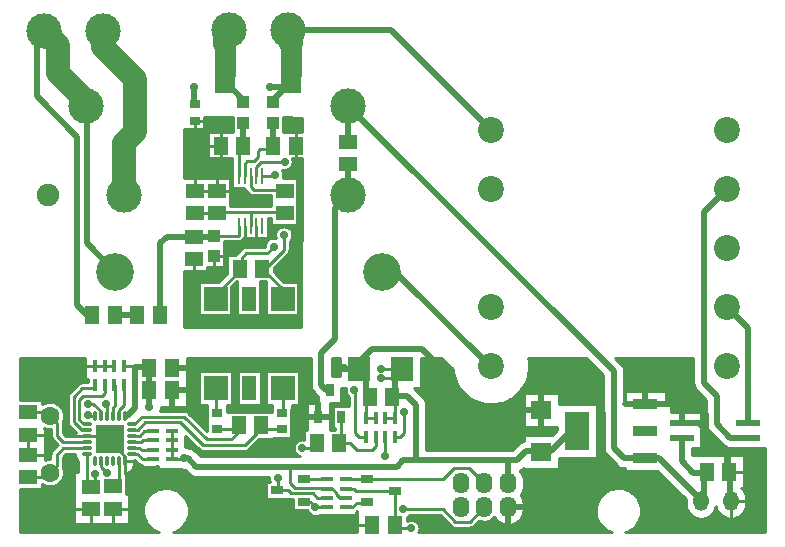
<source format=gbl>
G04 DipTrace 2.4.0.2*
%INlayout____.GBL*%
%MOIN*%
%ADD10C,0.0098*%
%ADD14C,0.0197*%
%ADD15C,0.0118*%
%ADD16C,0.0787*%
%ADD17C,0.0709*%
%ADD18R,0.0787X0.0197*%
%ADD19O,0.0512X0.0669*%
%ADD21R,0.066X0.0637*%
%ADD22R,0.0512X0.0591*%
%ADD23R,0.0591X0.0512*%
%ADD24R,0.0778X0.082*%
%ADD25C,0.126*%
%ADD26C,0.1181*%
%ADD27O,0.0551X0.0709*%
%ADD28C,0.1181*%
%ADD29C,0.0748*%
%ADD30R,0.0354X0.0295*%
%ADD32R,0.0256X0.0413*%
%ADD33R,0.0413X0.0256*%
%ADD34R,0.0394X0.0433*%
%ADD35R,0.0709X0.126*%
%ADD36R,0.0177X0.0413*%
%ADD37R,0.0413X0.0177*%
%ADD38C,0.0866*%
%ADD40R,0.0787X0.0827*%
%ADD41R,0.0472X0.0827*%
%ADD42R,0.0846X0.0374*%
%ADD43R,0.0846X0.128*%
%ADD44R,0.011X0.0551*%
%ADD46O,0.0118X0.0335*%
%ADD47O,0.0335X0.0118*%
%ADD48R,0.0965X0.0965*%
%ADD51C,0.063*%
%ADD52C,0.0276*%
%FSLAX44Y44*%
G04*
G70*
G90*
G75*
G01*
%LNBottom*%
%LPD*%
X5291Y3622D2*
D10*
Y3307D1*
Y2992D1*
Y2677D1*
X4472Y5795D2*
X4535Y5732D1*
X17612Y2925D2*
D14*
Y2961D1*
X17921D1*
X18588Y3627D1*
X18797D1*
X5701Y2709D2*
D10*
Y2677D1*
X5291D1*
X11087Y1386D2*
X10898D1*
X10772Y1512D1*
Y1575D1*
X10646Y1701D1*
X10457D1*
X12630Y4756D2*
D14*
Y4850D1*
X12724Y4945D1*
Y5457D1*
X12969Y5701D1*
X12409Y4063D2*
D10*
X12724D1*
Y4661D1*
X12630Y4756D1*
X17612Y2961D2*
D14*
X17102D1*
X16787Y2646D1*
X16500D1*
X13417D1*
Y4504D1*
X13134Y4787D1*
X12598D1*
X12630Y4756D1*
X4535Y4409D2*
Y4976D1*
Y5732D1*
X2740Y2173D2*
D10*
Y1921D1*
D14*
X2583Y1764D1*
X13417Y2646D2*
X13008D1*
X12787Y2425D1*
X9228D1*
X6110D1*
X5827Y2709D1*
X5701D1*
X10457Y1701D2*
D10*
Y1732D1*
X9386D1*
X9228Y1890D1*
Y2425D1*
X2476Y2870D2*
Y1870D1*
X2583Y1764D1*
X4441Y4882D2*
D14*
X4535Y4976D1*
X4409Y5606D2*
X4535Y5732D1*
Y5764D1*
X4063D1*
Y4378D1*
X3795Y4110D1*
D15*
X3717D1*
X3685Y5795D2*
D10*
X4031D1*
X4063Y5764D1*
X16500Y1883D2*
D14*
Y2646D1*
X12252Y5701D2*
D10*
X12969D1*
X12252Y5386D2*
X12654D1*
X12969Y5701D1*
X2988Y16970D2*
D16*
Y16414D1*
X4063Y15339D1*
Y13575D1*
X3695Y13207D1*
Y11477D1*
X24504Y3902D2*
D14*
Y7047D1*
X23800Y7751D1*
X24504Y3402D2*
X23906D1*
X23465Y3843D1*
Y4787D1*
X23024Y5228D1*
Y10911D1*
X23800Y11688D1*
X7054Y15510D2*
Y15279D1*
X7679Y14654D1*
Y14573D1*
X7054Y15510D2*
D17*
Y16533D1*
D16*
Y16822D1*
X7211Y16978D1*
X8952Y3680D2*
D10*
X8390D1*
X8265Y3805D1*
X3972Y3657D2*
X4161D1*
X4409Y3906D1*
X5575D1*
X6331Y3150D1*
X7717D1*
X8126Y3559D1*
Y3665D1*
X8265Y3805D1*
X6796Y3680D2*
X7392D1*
X7517Y3805D1*
Y3580D1*
X7276Y3339D1*
X6457D1*
X5701Y4094D1*
X4283D1*
X4043Y3854D1*
X3972D1*
X11175Y12510D2*
D14*
Y11477D1*
X10555Y5000D2*
X10433D1*
X10268Y5165D1*
Y6205D1*
X10740Y6677D1*
Y11042D1*
X11175Y11477D1*
X9701Y1268D2*
D10*
X9913D1*
X10110Y1071D1*
X10457D1*
X10079D1*
X13008Y1008D2*
X14331D1*
X14740Y598D1*
X15216D1*
X15713Y1095D1*
X12409Y3433D2*
Y2803D1*
X12309Y8937D2*
D14*
X12733D1*
X15887Y5782D1*
X15926D1*
X2476Y3461D2*
D10*
X2896D1*
X3126D1*
X3224Y3362D1*
X2740Y5795D2*
X3055D1*
X3370D1*
X504Y3504D2*
Y2827D1*
Y3504D2*
X1197D1*
Y3118D1*
X1260D1*
X504Y2827D2*
X1197D1*
Y3118D1*
X1795Y3559D2*
X1894Y3461D1*
X2476D1*
X3526Y3056D2*
X3495Y3025D1*
X3224Y3295D1*
Y3362D1*
X2740Y5795D2*
X2425D1*
X2331D1*
X1795Y5260D1*
Y3559D1*
X3717Y2614D2*
Y2772D1*
X3591Y2898D1*
Y2991D1*
X3526Y3056D1*
X2896Y3686D2*
Y3461D1*
X21081Y4532D2*
D14*
X22299D1*
Y3902D1*
X22870D1*
X23811Y2961D1*
Y2323D1*
X23866Y2268D1*
X23906D1*
Y1302D1*
X23925Y1282D1*
X11882Y4756D2*
Y4811D1*
X11780Y4913D1*
Y5449D1*
X11528Y5701D1*
X11780Y4063D2*
D10*
Y4654D1*
X11882Y4756D1*
X11780Y4063D2*
X12094D1*
X2236Y5732D2*
X2425Y5795D1*
X11528Y5701D2*
D14*
Y5921D1*
X11969Y6362D1*
X13638D1*
X14142Y5858D1*
Y5291D1*
X10457Y1386D2*
D10*
X10142D1*
X9984Y1543D1*
X9260D1*
X9161Y1642D1*
X8795D1*
X8819D1*
Y2047D1*
X13039Y4252D2*
Y3559D1*
X12913Y3433D1*
X12724D1*
X6047Y10102D2*
D14*
X6693D1*
X6709Y10118D1*
X7522Y10450D2*
D10*
Y10118D1*
X6709D1*
X4894Y7496D2*
D14*
Y9876D1*
X5120Y10102D1*
X6047D1*
X7679Y13904D2*
Y13135D1*
X7677D1*
D10*
X7522D1*
Y12135D1*
X8678Y13904D2*
D14*
Y13137D1*
X8680Y13135D1*
X7719Y12135D2*
D10*
Y12537D1*
X7798Y12617D1*
X8018D1*
X8157Y12756D1*
Y12945D1*
X8245Y13032D1*
X8782D1*
X8680Y13135D1*
X1019Y16970D2*
D16*
X1512Y16478D1*
Y15559D1*
X2601Y14469D1*
X2435D1*
X1019Y16970D2*
D14*
X787D1*
Y14772D1*
X2142Y13417D1*
Y7811D1*
X2457Y7496D1*
X2646D1*
X2435Y14469D2*
X2457D1*
Y9891D1*
X3411Y8937D1*
X2732Y4110D2*
D10*
X2535D1*
X2488Y4157D1*
X2929Y4110D2*
Y4283D1*
X2677Y4535D1*
X2488D1*
X9179Y16978D2*
D14*
X12604D1*
X15926Y13656D1*
X9259Y15510D2*
Y15241D1*
X8678Y14660D1*
Y14573D1*
X9259Y15510D2*
D17*
Y16533D1*
D16*
Y16899D1*
X9179Y16978D1*
X6016Y15087D2*
D14*
Y14510D1*
X6054D1*
X8550Y15095D2*
Y15087D1*
X9449D1*
X9026Y15510D1*
X9259D1*
X3323Y4110D2*
D10*
Y4394D1*
X3402Y4472D1*
Y5165D1*
X3370D1*
X2476Y3854D2*
X2350D1*
X2205Y4000D1*
Y4661D1*
X2331Y4787D1*
X2961D1*
X3055Y4882D1*
Y5165D1*
X11370Y4976D2*
X11402D1*
Y3559D1*
X11528Y3433D1*
X11780D1*
X3972Y2870D2*
X4122D1*
X4315Y2677D1*
X4661D1*
X3972Y3264D2*
X4272D1*
X4315Y3307D1*
X4661D1*
X3972Y3067D2*
X4209D1*
X4283Y2992D1*
X4661D1*
X3972Y3461D2*
X4217D1*
X4378Y3622D1*
X4661D1*
X3394Y7496D2*
D14*
X4146D1*
X7915Y10450D2*
D10*
Y10907D1*
X6827D1*
X6804Y10885D1*
X6054D1*
X7915Y10907D2*
X9030D1*
X9052Y10885D1*
X8988Y5064D2*
Y4266D1*
X8952Y4231D1*
X7915Y12135D2*
Y11770D1*
X8028Y11657D1*
X9028D1*
X9052Y11633D1*
X7552Y9037D2*
Y8969D1*
X6600Y8017D1*
X6751D1*
X8309Y12135D2*
X8715D1*
X8738Y12157D1*
X8693Y9764D2*
X8472Y9543D1*
X7780D1*
X7622Y9386D1*
Y9037D1*
X7552D1*
X8300D2*
X8988Y8349D1*
Y8017D1*
X8112Y12135D2*
Y12427D1*
X8280Y12595D1*
X9050D1*
X9039Y10142D2*
Y9669D1*
X8407Y9037D1*
X8300D1*
X2476Y3657D2*
X2295D1*
X2016Y3937D1*
Y4756D1*
X2299Y5039D1*
X2740D1*
Y5165D1*
X6751Y5064D2*
Y4276D1*
X6796Y4231D1*
X11087Y1071D2*
X11307D1*
X11465Y1228D1*
X11780D1*
X11811Y1260D1*
X10457Y2016D2*
X9701D1*
X3520Y2614D2*
Y1963D1*
X3329Y1772D1*
X3520Y4110D2*
Y4307D1*
X3685Y4472D1*
Y5165D1*
X9638Y3055D2*
X9961D1*
X10118Y3213D1*
X10929Y4094D2*
Y3276D1*
X10866Y3213D1*
X12094Y3433D2*
Y3118D1*
X11969Y2992D1*
X11465D1*
X11244Y3213D1*
X10866D1*
X12717Y1634D2*
X11437D1*
X11370Y1701D1*
X11087D1*
X13260Y378D2*
X12843D1*
X12717Y504D1*
Y1634D2*
Y504D1*
X11087Y2016D2*
X11803D1*
X11811Y2008D1*
X14323D1*
X14709Y2394D1*
X15202D1*
X15713Y1883D1*
X3126Y4110D2*
Y4496D1*
X3087Y4535D1*
X2929Y2614D2*
Y2424D1*
X3116Y2237D1*
X23118Y2268D2*
D14*
X23024D1*
Y1381D1*
X22925Y1282D1*
X22969D1*
X21531Y2721D1*
X21081D1*
X11175Y14469D2*
Y13258D1*
Y14469D2*
X20031Y5613D1*
Y3055D1*
X20365Y2721D1*
X21081D1*
X22299Y3402D2*
Y2614D1*
X22677Y2236D1*
X23087D1*
X23118Y2268D1*
X6804Y11633D2*
D10*
X6054D1*
X6929Y13135D2*
Y12379D1*
X6804D1*
Y11633D1*
X6054Y13959D2*
X6929D1*
Y13135D1*
X7719Y10450D2*
Y9970D1*
X7937D1*
X8112D1*
Y10450D1*
X6898Y12378D2*
X6929Y12379D1*
X7937Y9890D2*
Y9970D1*
X2476Y3067D2*
X1681D1*
X1449Y2835D1*
Y2457D1*
X1228Y2236D1*
X504Y2079D2*
X1071D1*
X1228Y2236D1*
X2476Y3264D2*
X1681D1*
X1480Y3465D1*
Y3884D1*
X1228Y4136D1*
X504Y4252D2*
X1113D1*
X1228Y4136D1*
D52*
X1795Y3559D3*
D3*
X6016Y15087D3*
X13260Y378D3*
X3087Y4535D3*
X2488D3*
Y4157D3*
X1260Y3118D3*
X9050Y12595D3*
X8738Y12157D3*
X3116Y2237D3*
X2740Y2173D3*
X2896Y3686D3*
X4535Y4409D3*
X5701Y2709D3*
X9417Y13669D3*
X6929Y13701D3*
X6898Y12378D3*
X7937Y11244D3*
Y9890D3*
X9480Y12567D3*
X6425Y8787D3*
X6047Y13575D3*
Y12189D3*
X7213Y9764D3*
X8550Y15095D3*
X13039Y4252D3*
X11370Y4976D3*
X12252Y5701D3*
Y5386D3*
X8693Y9764D3*
X9039Y10142D3*
X8819Y2047D3*
X12409Y2803D3*
X2236Y5732D3*
X10740D3*
X11024D3*
X9638Y3055D3*
X13008Y1008D3*
X2896Y3025D3*
X10079Y1071D3*
X3557Y3686D3*
X3526Y3056D3*
X16504Y378D3*
X9512Y3496D3*
X3339Y378D3*
X9008Y3213D3*
X21071Y5228D3*
X22079Y5197D3*
X22110Y4441D3*
X20787Y2016D3*
X23559Y2961D3*
X23937Y504D3*
X24630Y1291D3*
X5858Y3213D3*
X5291Y4378D3*
X5984Y5732D3*
X9701Y5827D3*
X1795Y2583D3*
X3937Y1984D3*
X2551Y378D3*
X8913Y1102D3*
X8220Y1953D3*
X14110Y3118D3*
X8598Y3213D3*
X16882Y4220D3*
X17638Y5071D3*
X17165Y1102D3*
X14142Y4630D3*
Y5291D3*
X6405Y13934D2*
D15*
X7308D1*
X9048D2*
X9604D1*
X6405Y13818D2*
X7308D1*
X9048D2*
X9604D1*
X6405Y13701D2*
X7308D1*
X9048D2*
X9604D1*
X5740Y13584D2*
X6500D1*
X5740Y13467D2*
X6500D1*
X5740Y13350D2*
X6500D1*
X5740Y13234D2*
X6500D1*
X5740Y13117D2*
X6500D1*
X5740Y13000D2*
X6500D1*
X5740Y12883D2*
X6500D1*
X5740Y12766D2*
X6500D1*
X5740Y12650D2*
X7299D1*
X9356D2*
X9604D1*
X5740Y12533D2*
X7293D1*
X9355D2*
X9602D1*
X5740Y12416D2*
X7293D1*
X9303D2*
X9602D1*
X5740Y12299D2*
X7293D1*
X9111D2*
X9602D1*
X5740Y12182D2*
X7293D1*
X9048D2*
X9602D1*
X5740Y12066D2*
X7293D1*
X9035D2*
X9602D1*
X9521Y11949D2*
X9601D1*
X9521Y11832D2*
X9601D1*
X9521Y11715D2*
X9601D1*
X7273Y11598D2*
X7775D1*
X9521D2*
X9601D1*
X7273Y11482D2*
X7899D1*
X9521D2*
X9601D1*
X7273Y11365D2*
X8583D1*
X9521D2*
X9601D1*
X7273Y11248D2*
X8583D1*
X9521D2*
X9601D1*
X7273Y11131D2*
X8583D1*
X9521D2*
X9601D1*
X9521Y11014D2*
X9601D1*
X9521Y10898D2*
X9601D1*
X9521Y10781D2*
X9601D1*
X9521Y10664D2*
X9601D1*
X9521Y10547D2*
X9601D1*
X8539Y10430D2*
X8947D1*
X9133D2*
X9602D1*
X8539Y10314D2*
X8781D1*
X9297D2*
X9600D1*
X8539Y10197D2*
X8733D1*
X9345D2*
X9600D1*
X8539Y10080D2*
X8735D1*
X9345D2*
X9600D1*
X7677Y9963D2*
X8458D1*
X9292D2*
X9600D1*
X7079Y9846D2*
X8393D1*
X9262D2*
X9600D1*
X7079Y9730D2*
X7668D1*
X9262D2*
X9600D1*
X7079Y9613D2*
X7539D1*
X9255D2*
X9600D1*
X7079Y9496D2*
X7430D1*
X9177D2*
X9600D1*
X9059Y9379D2*
X9600D1*
X8943Y9262D2*
X9600D1*
X8827Y9146D2*
X9600D1*
X6516Y9029D2*
X7122D1*
X8731D2*
X9600D1*
X5740Y8912D2*
X7122D1*
X8736D2*
X9600D1*
X5740Y8795D2*
X7066D1*
X8853D2*
X9600D1*
X5740Y8678D2*
X6950D1*
X8969D2*
X9600D1*
X5740Y8562D2*
X6184D1*
X8280D2*
X8419D1*
X5740Y8445D2*
X6184D1*
X7337D2*
X7460D1*
X8280D2*
X8419D1*
X5740Y8328D2*
X6184D1*
X7319D2*
X7460D1*
X8280D2*
X8419D1*
X5740Y8211D2*
X6184D1*
X7319D2*
X7460D1*
X8280D2*
X8419D1*
X5740Y8094D2*
X6184D1*
X7319D2*
X7460D1*
X8280D2*
X8419D1*
X5740Y7978D2*
X6184D1*
X7319D2*
X7460D1*
X8280D2*
X8419D1*
X5740Y7861D2*
X6184D1*
X7319D2*
X7460D1*
X8280D2*
X8419D1*
X5740Y7744D2*
X6184D1*
X7319D2*
X7460D1*
X8280D2*
X8419D1*
X5740Y7627D2*
X6184D1*
X7319D2*
X7460D1*
X8280D2*
X8419D1*
X5740Y7510D2*
X6184D1*
X7319D2*
X7460D1*
X8280D2*
X8419D1*
X5740Y7394D2*
X9598D1*
X5740Y7277D2*
X9598D1*
X5740Y7160D2*
X9598D1*
X9037Y13592D2*
X9616D1*
Y14036D1*
X9038Y14038D1*
X9037Y13594D1*
X9098Y13590D1*
X5728Y12051D2*
X7262D1*
Y11120D1*
X7831Y11119D1*
X8596D1*
X8595Y11303D1*
Y11445D1*
X8028Y11446D1*
X7969Y11454D1*
X7914Y11479D1*
X7938Y11466D1*
X7878Y11508D1*
X7766Y11620D1*
X7730Y11669D1*
X7743Y11647D1*
X7700Y11697D1*
X7501Y11699D1*
X7385Y11697D1*
X7304D1*
Y12573D1*
X7310D1*
Y12679D1*
X7241Y12677D1*
X6511D1*
Y13592D1*
X7320D1*
Y14043D1*
X7077Y14046D1*
X6392Y14048D1*
X6394Y13997D1*
Y13649D1*
X5728D1*
Y12053D1*
X7068Y9908D2*
X7066Y9739D1*
X7068Y9769D1*
Y9070D1*
X6505D1*
Y8936D1*
X5729D1*
X5728Y7083D1*
X9610D1*
X9615Y12676D1*
X9421Y12677D1*
X9339D1*
X9350Y12595D1*
X9344Y12536D1*
X9327Y12480D1*
X9299Y12428D1*
X9262Y12382D1*
X9216Y12345D1*
X9164Y12317D1*
X9108Y12301D1*
X9049Y12295D1*
X9003Y12300D1*
X9033Y12211D1*
X9038Y12157D1*
X9032Y12099D1*
X9017Y12051D1*
X9510D1*
X9508Y11215D1*
X9510Y11244D1*
Y10467D1*
X8595D1*
Y10697D1*
X8526Y10696D1*
Y10014D1*
X8581Y10042D1*
X8638Y10059D1*
X8697Y10064D1*
X8753Y10057D1*
X8745Y10085D1*
X8739Y10144D1*
X8746Y10203D1*
X8763Y10259D1*
X8792Y10311D1*
X8829Y10356D1*
X8875Y10393D1*
X8928Y10420D1*
X8984Y10437D1*
X9043Y10442D1*
X9102Y10435D1*
X9158Y10417D1*
X9209Y10389D1*
X9254Y10351D1*
X9291Y10305D1*
X9318Y10252D1*
X9334Y10196D1*
X9339Y10142D1*
X9334Y10083D1*
X9316Y10027D1*
X9289Y9975D1*
X9250Y9928D1*
X9251Y9669D1*
X9243Y9611D1*
X9217Y9556D1*
X9231Y9580D1*
X9189Y9520D1*
X8718Y9049D1*
Y8917D1*
X9043Y8593D1*
X9544D1*
Y7442D1*
X8432D1*
Y8579D1*
X8266D1*
X8268Y8238D1*
Y7442D1*
X7471D1*
Y8579D1*
X7451Y8569D1*
X7306Y8425D1*
X7307Y7884D1*
Y7442D1*
X6196D1*
Y8593D1*
X6877D1*
X7133Y8849D1*
X7134Y9494D1*
X7442D1*
X7463Y9525D1*
X7630Y9693D1*
X7677Y9728D1*
X7734Y9749D1*
X7707Y9742D1*
X7780Y9755D1*
X8387D1*
X8393Y9766D1*
X8399Y9825D1*
X8417Y9881D1*
X8445Y9933D1*
X8483Y9978D1*
X8525Y10012D1*
X8092Y10014D1*
X8081Y10012D1*
X7704D1*
X7663Y9961D1*
X7614Y9928D1*
X7556Y9910D1*
X7463Y9907D1*
X7066D1*
X8330Y10012D2*
X8133Y10014D1*
X7956Y10012D1*
X7704D1*
X7688Y9988D1*
X7646Y9947D1*
X7594Y9919D1*
X7536Y9907D1*
X6047Y9354D2*
D10*
Y8936D1*
X9428Y13592D2*
Y12678D1*
X6054Y12051D2*
Y11633D1*
X6929Y13592D2*
Y12678D1*
X6511Y13135D2*
X6929D1*
X6804Y12051D2*
Y11633D1*
X7261D1*
X6054Y13959D2*
Y13650D1*
Y13959D2*
X6393D1*
X6709Y9449D2*
Y9070D1*
Y9449D2*
X7067D1*
X8112Y10450D2*
Y10012D1*
X7719Y10450D2*
Y10012D1*
X248Y5964D2*
X2391D1*
X5799D2*
X9910D1*
X10627D2*
X10879D1*
X13618D2*
X14369D1*
X17196D2*
X19179D1*
X20183D2*
X22665D1*
X248Y5867D2*
X2391D1*
X5799D2*
X9910D1*
X10627D2*
X10879D1*
X13618D2*
X14465D1*
X17207D2*
X19276D1*
X20280D2*
X22665D1*
X248Y5770D2*
X2391D1*
X5799D2*
X9910D1*
X10627D2*
X10879D1*
X13618D2*
X14562D1*
X17209D2*
X19373D1*
X20352D2*
X22665D1*
X248Y5673D2*
X2391D1*
X5799D2*
X9910D1*
X10627D2*
X10879D1*
X13618D2*
X14647D1*
X17204D2*
X19470D1*
X20384D2*
X22665D1*
X248Y5575D2*
X2391D1*
X5799D2*
X6196D1*
X7306D2*
X7473D1*
X8267D2*
X8432D1*
X9542D2*
X9910D1*
X10627D2*
X10879D1*
X13618D2*
X14659D1*
X17193D2*
X19567D1*
X20389D2*
X22665D1*
X248Y5478D2*
X2391D1*
X5799D2*
X6196D1*
X7306D2*
X7473D1*
X8267D2*
X8432D1*
X9542D2*
X9910D1*
X10627D2*
X10879D1*
X13618D2*
X14679D1*
X17173D2*
X19663D1*
X20389D2*
X22665D1*
X248Y5381D2*
X2391D1*
X5799D2*
X6196D1*
X7306D2*
X7473D1*
X8267D2*
X8432D1*
X9542D2*
X9910D1*
X13618D2*
X14708D1*
X17144D2*
X19673D1*
X20389D2*
X22665D1*
X248Y5284D2*
X2490D1*
X5799D2*
X6196D1*
X7306D2*
X7473D1*
X8267D2*
X8432D1*
X9542D2*
X9910D1*
X13618D2*
X14744D1*
X17107D2*
X19673D1*
X20389D2*
X22665D1*
X248Y5187D2*
X2153D1*
X5799D2*
X6196D1*
X7306D2*
X7473D1*
X8267D2*
X8432D1*
X9542D2*
X9910D1*
X13618D2*
X14790D1*
X17061D2*
X19673D1*
X20389D2*
X22669D1*
X248Y5090D2*
X2056D1*
X5799D2*
X6196D1*
X7306D2*
X7473D1*
X8267D2*
X8432D1*
X9542D2*
X9918D1*
X13618D2*
X14848D1*
X17004D2*
X19673D1*
X20389D2*
X22695D1*
X248Y4993D2*
X1959D1*
X5799D2*
X6196D1*
X7306D2*
X7473D1*
X8267D2*
X8432D1*
X9542D2*
X9955D1*
X10943D2*
X11071D1*
X13432D2*
X14918D1*
X16935D2*
X19673D1*
X20389D2*
X22758D1*
X248Y4896D2*
X1862D1*
X5799D2*
X6196D1*
X7306D2*
X7473D1*
X8267D2*
X8432D1*
X9542D2*
X10035D1*
X10943D2*
X11082D1*
X13529D2*
X15002D1*
X16850D2*
X19673D1*
X21764D2*
X22855D1*
X248Y4799D2*
X1810D1*
X5799D2*
X6196D1*
X7306D2*
X7473D1*
X8267D2*
X8432D1*
X9542D2*
X10132D1*
X10943D2*
X11133D1*
X13625D2*
X15108D1*
X16744D2*
X17021D1*
X18202D2*
X19673D1*
X21764D2*
X22951D1*
X248Y4701D2*
X1805D1*
X5799D2*
X6196D1*
X7306D2*
X7473D1*
X8267D2*
X8432D1*
X9542D2*
X10167D1*
X10943D2*
X11191D1*
X13715D2*
X15244D1*
X16609D2*
X17021D1*
X18202D2*
X19673D1*
X21764D2*
X23048D1*
X961Y4604D2*
X1805D1*
X5799D2*
X6196D1*
X7306D2*
X7473D1*
X8267D2*
X8432D1*
X9542D2*
X10167D1*
X10943D2*
X11191D1*
X13761D2*
X15433D1*
X16420D2*
X17021D1*
X18202D2*
X19673D1*
X21764D2*
X23107D1*
X1521Y4507D2*
X1805D1*
X5799D2*
X6196D1*
X7306D2*
X7473D1*
X8267D2*
X8432D1*
X9542D2*
X9793D1*
X10568D2*
X11191D1*
X13776D2*
X17021D1*
X19480D2*
X19673D1*
X21764D2*
X23107D1*
X1616Y4410D2*
X1805D1*
X4933D2*
X6458D1*
X7134D2*
X8614D1*
X9290D2*
X9793D1*
X10568D2*
X10641D1*
X13776D2*
X17021D1*
X19480D2*
X19673D1*
X21953D2*
X23107D1*
X1670Y4313D2*
X1805D1*
X4921D2*
X6458D1*
X7134D2*
X8614D1*
X9290D2*
X9793D1*
X10568D2*
X10641D1*
X13776D2*
X17021D1*
X19480D2*
X19673D1*
X21953D2*
X23107D1*
X1697Y4216D2*
X1805D1*
X5873D2*
X6458D1*
X9290D2*
X9793D1*
X10568D2*
X10641D1*
X13776D2*
X17021D1*
X19480D2*
X19673D1*
X22953D2*
X23107D1*
X1704Y4119D2*
X1805D1*
X5970D2*
X6458D1*
X9290D2*
X9793D1*
X10568D2*
X10641D1*
X13776D2*
X17021D1*
X19480D2*
X19673D1*
X22953D2*
X23107D1*
X1690Y4022D2*
X1805D1*
X6067D2*
X6458D1*
X9290D2*
X9793D1*
X10568D2*
X10641D1*
X13776D2*
X17021D1*
X19480D2*
X19673D1*
X22953D2*
X23107D1*
X1687Y3925D2*
X1805D1*
X6165D2*
X6458D1*
X9290D2*
X9793D1*
X10568D2*
X10641D1*
X13776D2*
X17021D1*
X19480D2*
X19673D1*
X22953D2*
X23107D1*
X1691Y3827D2*
X1838D1*
X6262D2*
X6458D1*
X9290D2*
X9793D1*
X10568D2*
X10641D1*
X13776D2*
X17021D1*
X19480D2*
X19673D1*
X22953D2*
X23107D1*
X1691Y3730D2*
X1928D1*
X6359D2*
X6458D1*
X9290D2*
X9793D1*
X10568D2*
X10719D1*
X13776D2*
X18115D1*
X19480D2*
X19673D1*
X22953D2*
X23125D1*
X1059Y3633D2*
X1270D1*
X1691D2*
X2025D1*
X9290D2*
X9701D1*
X13776D2*
X18092D1*
X19480D2*
X19673D1*
X22953D2*
X23176D1*
X1059Y3536D2*
X1270D1*
X1702D2*
X2059D1*
X9290D2*
X9701D1*
X13776D2*
X17995D1*
X19480D2*
X19673D1*
X22953D2*
X23268D1*
X1059Y3439D2*
X1272D1*
X9290D2*
X9701D1*
X13776D2*
X17021D1*
X19480D2*
X19673D1*
X22953D2*
X23365D1*
X1059Y3342D2*
X1312D1*
X5758D2*
X5846D1*
X8203D2*
X9590D1*
X13776D2*
X17021D1*
X19480D2*
X19673D1*
X22953D2*
X23462D1*
X1059Y3245D2*
X1407D1*
X5758D2*
X5942D1*
X8106D2*
X9409D1*
X13776D2*
X16891D1*
X19480D2*
X19673D1*
X22953D2*
X23561D1*
X1059Y3148D2*
X1469D1*
X5758D2*
X6039D1*
X8007D2*
X9353D1*
X13776D2*
X16788D1*
X19480D2*
X19673D1*
X22953D2*
X23657D1*
X1059Y3051D2*
X1372D1*
X5904D2*
X6136D1*
X7911D2*
X9338D1*
X13776D2*
X16689D1*
X19480D2*
X19673D1*
X22657D2*
X25043D1*
X1059Y2953D2*
X1278D1*
X6085D2*
X6279D1*
X7769D2*
X9357D1*
X19480D2*
X19688D1*
X22657D2*
X25043D1*
X1059Y2856D2*
X1240D1*
X1764D2*
X2050D1*
X6182D2*
X9418D1*
X19480D2*
X19736D1*
X22657D2*
X25043D1*
X1059Y2759D2*
X1238D1*
X1667D2*
X2070D1*
X19480D2*
X19825D1*
X24381D2*
X25043D1*
X1659Y2662D2*
X2130D1*
X18202D2*
X19922D1*
X24381D2*
X25043D1*
X1659Y2565D2*
X2167D1*
X4035D2*
X4134D1*
X18202D2*
X20019D1*
X24381D2*
X25043D1*
X1659Y2468D2*
X2167D1*
X4034D2*
X4294D1*
X18202D2*
X20117D1*
X24381D2*
X25043D1*
X1685Y2371D2*
X2167D1*
X4004D2*
X4824D1*
X18202D2*
X20397D1*
X24381D2*
X25043D1*
X1704Y2274D2*
X2167D1*
X3931D2*
X5759D1*
X16933D2*
X21477D1*
X24381D2*
X25043D1*
X1701Y2177D2*
X2028D1*
X3786D2*
X5856D1*
X16989D2*
X21574D1*
X24381D2*
X25043D1*
X1678Y2079D2*
X2028D1*
X3786D2*
X6059D1*
X17023D2*
X21670D1*
X24381D2*
X25043D1*
X1630Y1982D2*
X2028D1*
X3786D2*
X8528D1*
X17035D2*
X21767D1*
X24381D2*
X25043D1*
X1545Y1885D2*
X2028D1*
X3786D2*
X8428D1*
X17035D2*
X21864D1*
X24381D2*
X25043D1*
X961Y1788D2*
X1089D1*
X1367D2*
X2028D1*
X3786D2*
X8428D1*
X17035D2*
X21961D1*
X24381D2*
X25043D1*
X961Y1691D2*
X2028D1*
X3786D2*
X4869D1*
X5324D2*
X8428D1*
X17023D2*
X19948D1*
X20403D2*
X22058D1*
X24318D2*
X25043D1*
X248Y1594D2*
X2028D1*
X3786D2*
X4663D1*
X5530D2*
X8428D1*
X16992D2*
X19742D1*
X20609D2*
X22156D1*
X24385D2*
X25043D1*
X248Y1497D2*
X2028D1*
X3884D2*
X4546D1*
X5647D2*
X8428D1*
X16936D2*
X19625D1*
X20726D2*
X22253D1*
X24423D2*
X25043D1*
X248Y1400D2*
X2028D1*
X3884D2*
X4464D1*
X5728D2*
X8428D1*
X16984D2*
X19544D1*
X20806D2*
X22350D1*
X24440D2*
X25043D1*
X248Y1302D2*
X2028D1*
X3884D2*
X4408D1*
X5785D2*
X9333D1*
X17020D2*
X19487D1*
X20864D2*
X22410D1*
X24441D2*
X25043D1*
X248Y1205D2*
X2028D1*
X3884D2*
X4368D1*
X5825D2*
X9333D1*
X17035D2*
X19445D1*
X20904D2*
X22410D1*
X24441D2*
X25043D1*
X248Y1108D2*
X2028D1*
X3884D2*
X4341D1*
X5851D2*
X9333D1*
X17035D2*
X19420D1*
X20930D2*
X22419D1*
X24432D2*
X25043D1*
X248Y1011D2*
X2028D1*
X3884D2*
X4329D1*
X5864D2*
X9333D1*
X17035D2*
X19408D1*
X20943D2*
X22447D1*
X24403D2*
X25043D1*
X248Y914D2*
X2028D1*
X3884D2*
X4329D1*
X5864D2*
X9826D1*
X17026D2*
X19408D1*
X20943D2*
X22501D1*
X23350D2*
X23501D1*
X24349D2*
X25043D1*
X248Y817D2*
X2028D1*
X3884D2*
X4341D1*
X5851D2*
X9930D1*
X10227D2*
X11453D1*
X16996D2*
X19420D1*
X20930D2*
X22590D1*
X23260D2*
X23590D1*
X24261D2*
X25043D1*
X248Y720D2*
X2028D1*
X3884D2*
X4368D1*
X5825D2*
X11453D1*
X13133D2*
X14325D1*
X16943D2*
X19447D1*
X20904D2*
X22768D1*
X23082D2*
X23768D1*
X24082D2*
X25043D1*
X248Y623D2*
X2028D1*
X3884D2*
X4409D1*
X5784D2*
X11453D1*
X13424D2*
X14422D1*
X15888D2*
X16143D1*
X16858D2*
X19487D1*
X20863D2*
X25043D1*
X248Y526D2*
X2028D1*
X3884D2*
X4468D1*
X5727D2*
X11453D1*
X13518D2*
X14519D1*
X15437D2*
X16303D1*
X16697D2*
X19545D1*
X20804D2*
X25043D1*
X248Y428D2*
X4549D1*
X5644D2*
X11453D1*
X13555D2*
X14624D1*
X15332D2*
X19627D1*
X20723D2*
X25043D1*
X248Y331D2*
X4667D1*
X5525D2*
X11453D1*
X13555D2*
X19745D1*
X20604D2*
X25043D1*
X22943Y3750D2*
Y3053D1*
X22646D1*
X22648Y2813D1*
X23624D1*
X24372D1*
Y1722D1*
X24279D1*
X24325Y1672D1*
X24363Y1615D1*
X24393Y1553D1*
X24415Y1487D1*
X24428Y1420D1*
X24431Y1351D1*
X24430Y1164D1*
X24420Y1096D1*
X24400Y1030D1*
X24372Y967D1*
X24336Y909D1*
X24292Y856D1*
X24242Y809D1*
X24185Y770D1*
X24124Y738D1*
X24059Y716D1*
X23991Y702D1*
X23923Y698D1*
X23854Y703D1*
X23787Y717D1*
X23722Y741D1*
X23661Y772D1*
X23605Y812D1*
X23555Y859D1*
X23511Y913D1*
X23476Y972D1*
X23448Y1035D1*
X23430Y1101D1*
X23425Y1127D1*
X23410Y1058D1*
X23372Y967D1*
X23318Y885D1*
X23249Y815D1*
X23168Y760D1*
X23078Y721D1*
X22982Y701D1*
X22883Y700D1*
X22787Y717D1*
X22695Y753D1*
X22612Y806D1*
X22541Y874D1*
X22485Y955D1*
X22445Y1044D1*
X22423Y1140D1*
X22419Y1204D1*
Y1341D1*
X21474Y2286D1*
X21163Y2284D1*
X20407D1*
Y2372D1*
X20316Y2377D1*
X20268Y2387D1*
X20222Y2404D1*
X20179Y2427D1*
X20119Y2475D1*
X19785Y2809D1*
X19753Y2846D1*
X19726Y2887D1*
X19706Y2932D1*
X19692Y2979D1*
X19683Y3055D1*
X19681Y5471D1*
X19090Y6062D1*
X17168Y6061D1*
X17187Y5960D1*
X17197Y5862D1*
X17199Y5733D1*
X17191Y5635D1*
X17176Y5538D1*
X17153Y5442D1*
X17124Y5348D1*
X17086Y5257D1*
X17042Y5169D1*
X16992Y5085D1*
X16935Y5005D1*
X16872Y4929D1*
X16803Y4859D1*
X16729Y4794D1*
X16650Y4735D1*
X16567Y4682D1*
X16480Y4636D1*
X16390Y4596D1*
X16297Y4564D1*
X16202Y4539D1*
X16105Y4522D1*
X16007Y4511D1*
X15909Y4509D1*
X15811Y4514D1*
X15713Y4527D1*
X15617Y4547D1*
X15522Y4575D1*
X15430Y4609D1*
X15341Y4651D1*
X15256Y4700D1*
X15174Y4755D1*
X15097Y4816D1*
X15025Y4883D1*
X14958Y4955D1*
X14897Y5032D1*
X14842Y5114D1*
X14794Y5200D1*
X14752Y5289D1*
X14718Y5381D1*
X14690Y5475D1*
X14670Y5572D1*
X14656Y5686D1*
X14280Y6061D1*
X13607D1*
Y5041D1*
X13372D1*
X13664Y4750D1*
X13696Y4713D1*
X13723Y4672D1*
X13743Y4627D1*
X13757Y4580D1*
X13766Y4504D1*
Y2995D1*
X14303Y2994D1*
X16643D1*
X16856Y3207D1*
X16893Y3239D1*
X16934Y3266D1*
X16979Y3287D1*
X17028Y3301D1*
X16995Y3292D1*
X17032Y3340D1*
Y3493D1*
X17962D1*
X18124Y3656D1*
X18123Y3747D1*
X17032D1*
Y4884D1*
X18192D1*
Y4517D1*
X19470D1*
Y2737D1*
X18192D1*
Y2356D1*
X17032D1*
Y2397D1*
X16984Y2358D1*
X16941Y2333D1*
X16909Y2319D1*
X16914Y2286D1*
X16967Y2203D1*
X17004Y2112D1*
X17023Y2016D1*
X17026Y1912D1*
X17024Y1804D1*
X17023Y1755D1*
X17005Y1658D1*
X16969Y1567D1*
X16921Y1490D1*
X16962Y1425D1*
X16991Y1362D1*
X17011Y1296D1*
X17023Y1228D1*
X17026Y1155D1*
X17024Y977D1*
X17014Y909D1*
X16996Y843D1*
X16969Y780D1*
X16934Y720D1*
X16892Y666D1*
X16842Y618D1*
X16787Y577D1*
X16727Y543D1*
X16663Y517D1*
X16597Y500D1*
X16528Y492D1*
X16459Y493D1*
X16391Y502D1*
X16325Y521D1*
X16262Y548D1*
X16203Y583D1*
X16148Y626D1*
X16100Y675D1*
X16059Y730D1*
X16047Y751D1*
X16008Y708D1*
X15971Y676D1*
X15930Y649D1*
X15886Y626D1*
X15840Y609D1*
X15793Y597D1*
X15744Y591D1*
X15695Y590D1*
X15646Y595D1*
X15598Y605D1*
X15530Y631D1*
X15358Y456D1*
X15319Y426D1*
X15274Y406D1*
X15216Y398D1*
X14740D1*
X14691Y404D1*
X14646Y421D1*
X14598Y456D1*
X14247Y808D1*
X13216Y807D1*
X13159Y761D1*
X13125Y744D1*
X13124Y632D1*
X13177Y655D1*
X13225Y665D1*
X13274Y667D1*
X13323Y660D1*
X13370Y646D1*
X13413Y623D1*
X13453Y594D1*
X13486Y558D1*
X13514Y517D1*
X13534Y472D1*
X13545Y424D1*
X13549Y378D1*
X13545Y329D1*
X13533Y281D1*
X13513Y238D1*
X19952D1*
X19853Y276D1*
X19767Y324D1*
X19687Y382D1*
X19616Y450D1*
X19554Y527D1*
X19503Y611D1*
X19463Y700D1*
X19435Y795D1*
X19419Y892D1*
X19416Y990D1*
X19426Y1088D1*
X19449Y1184D1*
X19483Y1276D1*
X19529Y1363D1*
X19586Y1443D1*
X19653Y1515D1*
X19729Y1578D1*
X19812Y1630D1*
X19901Y1672D1*
X19995Y1701D1*
X20092Y1718D1*
X20190Y1723D1*
X20288Y1715D1*
X20384Y1694D1*
X20477Y1660D1*
X20564Y1616D1*
X20645Y1560D1*
X20719Y1494D1*
X20783Y1419D1*
X20836Y1337D1*
X20879Y1248D1*
X20910Y1155D1*
X20928Y1058D1*
X20934Y964D1*
X20928Y866D1*
X20909Y769D1*
X20878Y676D1*
X20835Y587D1*
X20780Y505D1*
X20716Y431D1*
X20643Y366D1*
X20561Y310D1*
X20474Y266D1*
X20397Y238D1*
X25053D1*
Y3054D1*
X24656Y3053D1*
X23860D1*
Y3058D1*
X23808Y3067D1*
X23762Y3084D1*
X23719Y3107D1*
X23659Y3155D1*
X23218Y3596D1*
X23186Y3633D1*
X23159Y3675D1*
X23139Y3719D1*
X23125Y3766D1*
X23116Y3843D1*
X23114Y4645D1*
X22777Y4982D1*
X22745Y5019D1*
X22718Y5060D1*
X22698Y5105D1*
X22684Y5152D1*
X22675Y5228D1*
Y6060D1*
X20476Y6061D1*
X20075D1*
X20278Y5860D1*
X20310Y5822D1*
X20337Y5781D1*
X20357Y5736D1*
X20371Y5689D1*
X20380Y5613D1*
Y4495D1*
X20409Y4494D1*
X20407Y4538D1*
Y4969D1*
X21754D1*
Y4494D1*
X21943D1*
Y4250D1*
X22943D1*
Y3553D1*
X2087Y2270D2*
X2177D1*
Y2628D1*
X2143Y2659D1*
X2112Y2697D1*
X2088Y2740D1*
X2071Y2786D1*
X2061Y2834D1*
X2060Y2867D1*
X1764Y2866D1*
X1650Y2752D1*
X1649Y2455D1*
X1678Y2361D1*
X1689Y2313D1*
X1695Y2236D1*
X1692Y2187D1*
X1685Y2139D1*
X1672Y2091D1*
X1654Y2045D1*
X1631Y2001D1*
X1605Y1960D1*
X1573Y1922D1*
X1538Y1888D1*
X1500Y1857D1*
X1459Y1830D1*
X1415Y1808D1*
X1368Y1791D1*
X1321Y1779D1*
X1272Y1772D1*
X1223Y1770D1*
X1174Y1773D1*
X1125Y1781D1*
X1078Y1795D1*
X1032Y1813D1*
X989Y1836D1*
X952Y1861D1*
X951Y1671D1*
X239D1*
X238Y238D1*
X4866Y241D1*
X4774Y276D1*
X4688Y324D1*
X4609Y382D1*
X4537Y450D1*
X4476Y527D1*
X4424Y611D1*
X4384Y700D1*
X4356Y795D1*
X4341Y892D1*
X4338Y990D1*
X4348Y1088D1*
X4370Y1184D1*
X4404Y1276D1*
X4451Y1363D1*
X4508Y1443D1*
X4574Y1515D1*
X4650Y1578D1*
X4733Y1630D1*
X4822Y1672D1*
X4916Y1701D1*
X5013Y1718D1*
X5111Y1723D1*
X5209Y1715D1*
X5306Y1694D1*
X5398Y1660D1*
X5486Y1616D1*
X5567Y1560D1*
X5640Y1494D1*
X5704Y1419D1*
X5758Y1337D1*
X5800Y1248D1*
X5831Y1155D1*
X5850Y1058D1*
X5856Y964D1*
X5849Y866D1*
X5830Y769D1*
X5799Y676D1*
X5756Y587D1*
X5702Y505D1*
X5637Y431D1*
X5564Y366D1*
X5483Y310D1*
X5395Y266D1*
X5318Y238D1*
X11463D1*
Y648D1*
Y943D1*
X11448Y928D1*
X11445Y868D1*
Y831D1*
X10728Y832D1*
X10569Y831D1*
X10241D1*
X10186Y802D1*
X10139Y788D1*
X10090Y782D1*
X10041Y784D1*
X9993Y794D1*
X9948Y813D1*
X9906Y839D1*
X9869Y871D1*
X9838Y910D1*
X9815Y953D1*
X9802Y989D1*
X9343Y988D1*
Y1343D1*
X9260D1*
X9211Y1349D1*
X9164Y1367D1*
X9154Y1362D1*
X8437D1*
Y1921D1*
X8559D1*
X8539Y1976D1*
X8530Y2024D1*
X8531Y2078D1*
X7654Y2077D1*
X6110D1*
X6061Y2080D1*
X6013Y2091D1*
X5967Y2108D1*
X5924Y2131D1*
X5864Y2179D1*
X5719Y2321D1*
X5670Y2322D1*
X5622Y2329D1*
X5587Y2338D1*
X4835Y2339D1*
Y2439D1*
X4675Y2437D1*
X4303D1*
Y2475D1*
X4248Y2488D1*
X4204Y2510D1*
X4138Y2570D1*
X4048Y2660D1*
X4027Y2659D1*
X4026Y2594D1*
X4024Y2476D1*
X4013Y2419D1*
X3991Y2364D1*
X3959Y2314D1*
X3918Y2272D1*
X3870Y2238D1*
X3816Y2213D1*
X3759Y2200D1*
X3721Y2197D1*
X3776Y2179D1*
X3778Y1530D1*
X3874D1*
Y518D1*
X3128D1*
Y510D1*
X2037D1*
Y2270D1*
X2087D1*
X5789Y6051D2*
Y4431D1*
X4923D1*
X4920Y4360D1*
X4906Y4296D1*
X5701Y4295D1*
X5750Y4289D1*
X5795Y4272D1*
X5843Y4236D1*
X6468Y3611D1*
Y3979D1*
Y4499D1*
X6206Y4500D1*
Y5629D1*
X7297D1*
Y4500D1*
X7126D1*
X7125Y4252D1*
X7925Y4250D1*
X7956Y4251D1*
X8625D1*
X8624Y4424D1*
Y4499D1*
X8442Y4500D1*
Y5629D1*
X9533D1*
Y4500D1*
X9282D1*
X9281Y4235D1*
X9279Y3932D1*
X9281Y3831D1*
Y3380D1*
X8674D1*
X8673Y3358D1*
X8210D1*
X7859Y3008D1*
X7820Y2977D1*
X7775Y2958D1*
X7717Y2949D1*
X6331D1*
X6282Y2955D1*
X6236Y2972D1*
X6189Y3008D1*
X5748Y3448D1*
X5746Y3283D1*
X5748Y3183D1*
Y3094D1*
X5792Y3086D1*
X5839Y3071D1*
X5879Y3053D1*
X5939Y3039D1*
X5984Y3020D1*
X6026Y2994D1*
X6073Y2955D1*
X6258Y2774D1*
X9571D1*
X9507Y2797D1*
X9465Y2823D1*
X9428Y2856D1*
X9397Y2894D1*
X9374Y2937D1*
X9357Y2983D1*
X9349Y3032D1*
X9350Y3081D1*
X9358Y3129D1*
X9375Y3176D1*
X9399Y3218D1*
X9430Y3257D1*
X9467Y3289D1*
X9509Y3314D1*
X9555Y3332D1*
X9603Y3342D1*
X9652Y3344D1*
X9711Y3334D1*
Y3659D1*
X9804D1*
X9803Y3736D1*
Y4551D1*
X10177D1*
Y4763D1*
X10021Y4919D1*
X9989Y4956D1*
X9962Y4997D1*
X9942Y5042D1*
X9928Y5089D1*
X9919Y5165D1*
Y6062D1*
X9256Y6061D1*
X5789D1*
Y6051D1*
X11088Y5041D2*
X10933D1*
Y4543D1*
X10559Y4541D1*
Y3660D1*
X10728Y3659D1*
Y3735D1*
X10650Y3736D1*
Y4453D1*
X11201D1*
Y4742D1*
X11160Y4777D1*
X11130Y4815D1*
X11106Y4858D1*
X11090Y4905D1*
X11082Y4953D1*
Y5002D1*
X11089Y5040D1*
X10889Y5456D2*
Y6061D1*
X10617D1*
X10616Y5456D1*
X10889Y5457D1*
X1049Y3333D2*
Y2667D1*
X1099Y2684D1*
X1146Y2696D1*
X1195Y2702D1*
X1248Y2703D1*
Y2835D1*
X1254Y2883D1*
X1272Y2929D1*
X1307Y2977D1*
X1495Y3165D1*
X1338Y3323D1*
X1308Y3361D1*
X1288Y3406D1*
X1280Y3465D1*
Y3672D1*
X1223Y3670D1*
X1174Y3673D1*
X1125Y3681D1*
X1048Y3707D1*
X1049Y3646D1*
Y2998D1*
X237Y4659D2*
X951D1*
Y4510D1*
X1008Y4547D1*
X1052Y4568D1*
X1099Y4584D1*
X1146Y4596D1*
X1195Y4602D1*
X1244D1*
X1293Y4598D1*
X1342Y4589D1*
X1389Y4574D1*
X1434Y4555D1*
X1477Y4531D1*
X1517Y4503D1*
X1554Y4470D1*
X1587Y4434D1*
X1617Y4395D1*
X1642Y4352D1*
X1662Y4308D1*
X1678Y4261D1*
X1689Y4213D1*
X1695Y4136D1*
X1692Y4087D1*
X1685Y4039D1*
X1662Y3967D1*
X1672Y3943D1*
X1681Y3884D1*
Y3547D1*
X1765Y3464D1*
X2058Y3465D1*
X2067Y3532D1*
X2085Y3584D1*
X1874Y3795D1*
X1844Y3834D1*
X1824Y3879D1*
X1815Y3937D1*
Y4756D1*
X1821Y4805D1*
X1839Y4850D1*
X1874Y4898D1*
X2157Y5181D1*
X2196Y5212D1*
X2241Y5231D1*
X2299Y5240D1*
X2501D1*
X2500Y5338D1*
X2402Y5339D1*
Y6061D1*
X238D1*
Y4660D1*
X7531Y5629D2*
X8257D1*
Y4500D1*
X7482D1*
Y5629D1*
X7531D1*
X22299Y4250D2*
Y3902D1*
X22943D1*
X23925Y1282D2*
Y698D1*
Y1282D2*
X24431D1*
X17612Y4884D2*
D14*
Y3747D1*
X17032Y4315D2*
X17612D1*
X23866Y2813D2*
D10*
Y2268D1*
X24372D1*
X2583Y1016D2*
Y510D1*
X2038Y1016D2*
X2583D1*
X5283Y5732D2*
D14*
X5789D1*
X5283Y4976D2*
Y4431D1*
Y4976D2*
X5789D1*
X10889Y5701D2*
X11528D1*
X11463Y504D2*
D10*
X11969D1*
X504Y2827D2*
X1049D1*
X504Y3504D2*
X1049D1*
X16500Y1095D2*
D14*
Y491D1*
Y1095D2*
X17025D1*
X10181Y4551D2*
Y4094D1*
X9803D2*
X10559D1*
X3329Y1024D2*
D10*
Y518D1*
Y1024D2*
X3874D1*
X2402Y5795D2*
X2740D1*
X21081Y4969D2*
D14*
Y4532D1*
X20408D2*
X21754D1*
X3717Y2614D2*
D10*
Y2197D1*
Y2614D2*
X4025D1*
X2059Y3461D2*
X2476D1*
D18*
X22299Y3402D3*
Y3902D3*
X24504D3*
Y3402D3*
D19*
X22925Y1282D3*
X23925D3*
D21*
X17612Y4315D3*
Y2925D3*
D22*
X23118Y2268D3*
X23866D3*
D23*
X6047Y9354D3*
Y10102D3*
D22*
X8300Y9037D3*
X7552D3*
X9428Y13135D3*
X8680D3*
D23*
X2583Y1764D3*
Y1016D3*
D22*
X4535Y5732D3*
X5283D3*
X4535Y4976D3*
X5283D3*
D23*
X6054Y10885D3*
Y11633D3*
D22*
X6929Y13135D3*
X7677D3*
D23*
X6804Y10885D3*
Y11633D3*
D22*
X8265Y3805D3*
X7517D3*
D24*
X11528Y5701D3*
X12969D3*
D22*
X12630Y4756D3*
X11882D3*
X11969Y504D3*
X12717D3*
D23*
X504Y2079D3*
Y2827D3*
Y4252D3*
Y3504D3*
X11175Y13258D3*
Y12510D3*
D25*
X12309Y8937D3*
X3411D3*
D26*
X2988Y16970D3*
X1019D3*
X9179Y16978D3*
X7211D3*
D27*
X16500Y1883D3*
X15713D3*
X14925D3*
Y1095D3*
X15713D3*
X16500D3*
D28*
X11175Y14469D3*
X3695Y11477D3*
X11175D3*
X2435Y14469D3*
D29*
X1175Y11477D3*
D30*
X6054Y14510D3*
Y13959D3*
X8952Y3680D3*
Y4231D3*
X6796Y3680D3*
Y4231D3*
D32*
X10929Y4094D3*
X10181D3*
X10555Y5000D3*
D33*
X9701Y2016D3*
Y1268D3*
X8795Y1642D3*
X11811Y1260D3*
Y2008D3*
X12717Y1634D3*
D22*
X10118Y3213D3*
X10866D3*
X2646Y7496D3*
X3394D3*
X4146D3*
X4894D3*
D34*
X6709Y9449D3*
Y10118D3*
X8678Y14573D3*
Y13904D3*
D35*
X7054Y15510D3*
X9259D3*
D34*
X7679Y14573D3*
Y13904D3*
D23*
X9052Y10885D3*
Y11633D3*
X3329Y1772D3*
Y1024D3*
D36*
X11780Y4063D3*
X12094D3*
X12409D3*
X12724D3*
Y3433D3*
X12409D3*
X12094D3*
X11780D3*
D37*
X4661Y2677D3*
Y2992D3*
Y3307D3*
Y3622D3*
X5291D3*
Y3307D3*
Y2992D3*
Y2677D3*
D36*
X3685Y5165D3*
X3370D3*
X3055D3*
X2740D3*
Y5795D3*
X3055D3*
X3370D3*
X3685D3*
D37*
X10457Y1071D3*
Y1386D3*
Y1701D3*
Y2016D3*
X11087D3*
Y1701D3*
Y1386D3*
Y1071D3*
D38*
X23800Y5782D3*
X15926D3*
Y11688D3*
X23801Y13657D3*
X23800Y11688D3*
Y7751D3*
X15926Y13656D3*
Y7751D3*
X23800Y9719D3*
D40*
X8988Y5064D3*
D41*
X7870D3*
D40*
X6751D3*
Y8017D3*
D41*
X7870D3*
D40*
X8988D3*
D42*
X21081Y4532D3*
Y3627D3*
Y2721D3*
D43*
X18797Y3627D3*
D44*
X7522Y12135D3*
X7719D3*
X7915D3*
X8112D3*
X8309D3*
Y10450D3*
X8112D3*
X7915D3*
X7719D3*
X7522D3*
D46*
X3717Y2614D3*
X3520D3*
X3323D3*
X3126D3*
X2929D3*
X2732D3*
D47*
X2476Y2870D3*
Y3067D3*
Y3264D3*
Y3461D3*
Y3657D3*
Y3854D3*
D46*
X2732Y4110D3*
X2929D3*
X3126D3*
X3323D3*
X3520D3*
X3717D3*
D47*
X3972Y3854D3*
Y3657D3*
Y3461D3*
Y3264D3*
Y3067D3*
Y2870D3*
D48*
X3224Y3362D3*
D51*
X1228Y2236D3*
Y4136D3*
M02*

</source>
